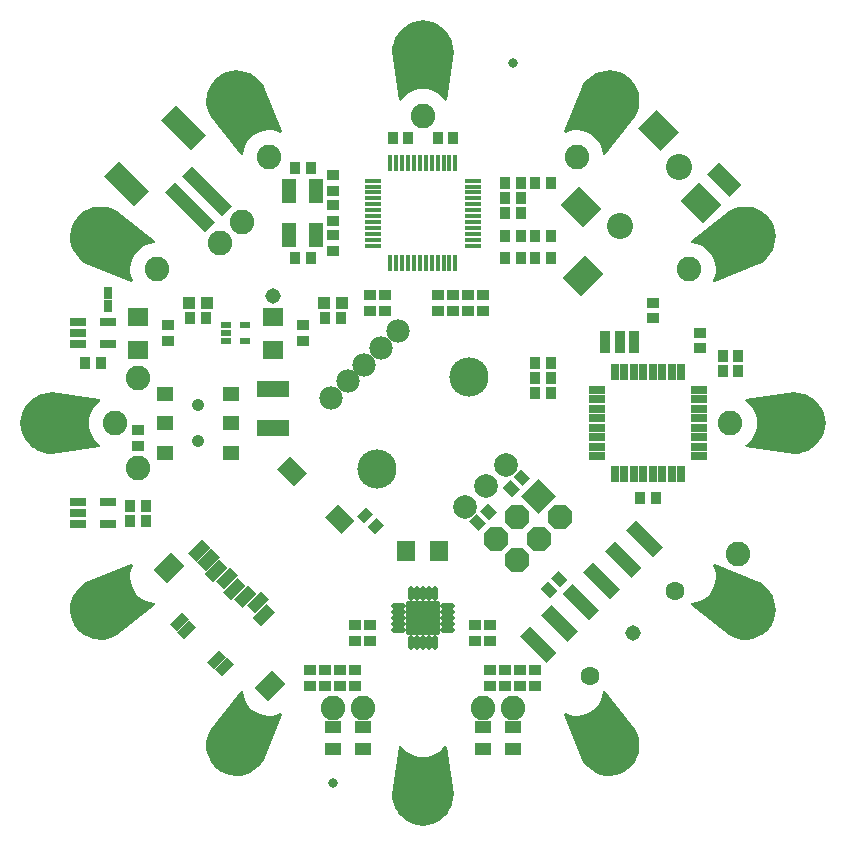
<source format=gbr>
G04 EAGLE Gerber RS-274X export*
G75*
%MOMM*%
%FSLAX34Y34*%
%LPD*%
%INSoldermask Top*%
%IPPOS*%
%AMOC8*
5,1,8,0,0,1.08239X$1,22.5*%
G01*
%ADD10R,0.762000X1.473200*%
%ADD11R,1.473200X0.762000*%
%ADD12C,4.267200*%
%ADD13R,0.903200X1.103200*%
%ADD14R,1.103200X0.903200*%
%ADD15R,2.703200X1.403200*%
%ADD16R,0.903200X1.903200*%
%ADD17R,3.203200X1.203200*%
%ADD18C,1.603200*%
%ADD19R,1.203200X4.803200*%
%ADD20R,3.603200X1.803200*%
%ADD21R,1.353200X1.203200*%
%ADD22C,1.053200*%
%ADD23R,1.003200X1.003200*%
%ADD24R,1.403200X0.753200*%
%ADD25R,1.803200X1.603200*%
%ADD26R,0.457200X1.346200*%
%ADD27R,1.346200X0.457200*%
%ADD28R,1.303200X2.103200*%
%ADD29R,0.953200X0.603200*%
%ADD30R,2.203200X2.703200*%
%ADD31R,1.403200X2.703200*%
%ADD32C,2.203200*%
%ADD33R,2.003200X1.603200*%
%ADD34R,1.603200X2.103200*%
%ADD35R,1.003200X1.703200*%
%ADD36R,2.082800X2.082800*%
%ADD37P,2.254402X8X247.500000*%
%ADD38C,2.082800*%
%ADD39R,1.603200X1.803200*%
%ADD40C,2.003200*%
%ADD41C,1.981200*%
%ADD42C,3.319200*%
%ADD43C,0.483200*%
%ADD44C,0.348381*%
%ADD45C,0.838200*%
%ADD46R,1.403200X1.003200*%
%ADD47R,0.838200X1.473200*%
%ADD48R,0.803200X1.003200*%
%ADD49C,1.311200*%

G36*
X-154474Y-298469D02*
X-154474Y-298469D01*
X-154382Y-298451D01*
X-154316Y-298449D01*
X-150396Y-297642D01*
X-150308Y-297611D01*
X-150243Y-297598D01*
X-146497Y-296189D01*
X-146415Y-296144D01*
X-146353Y-296121D01*
X-142874Y-294143D01*
X-142800Y-294086D01*
X-142742Y-294054D01*
X-139615Y-291556D01*
X-139551Y-291487D01*
X-139499Y-291447D01*
X-136801Y-288490D01*
X-136749Y-288413D01*
X-136704Y-288365D01*
X-134502Y-285023D01*
X-134456Y-284925D01*
X-134424Y-284878D01*
X-134417Y-284857D01*
X-134405Y-284836D01*
X-119601Y-247195D01*
X-119600Y-247193D01*
X-119599Y-247191D01*
X-119566Y-247051D01*
X-119535Y-246918D01*
X-119535Y-246916D01*
X-119534Y-246914D01*
X-119541Y-246778D01*
X-119548Y-246634D01*
X-119549Y-246632D01*
X-119549Y-246630D01*
X-119593Y-246503D01*
X-119639Y-246365D01*
X-119641Y-246363D01*
X-119641Y-246362D01*
X-119719Y-246251D01*
X-119802Y-246132D01*
X-119804Y-246130D01*
X-119805Y-246129D01*
X-119912Y-246042D01*
X-120023Y-245953D01*
X-120025Y-245952D01*
X-120026Y-245951D01*
X-120158Y-245896D01*
X-120285Y-245842D01*
X-120287Y-245842D01*
X-120288Y-245841D01*
X-120429Y-245825D01*
X-120567Y-245808D01*
X-120569Y-245808D01*
X-120571Y-245808D01*
X-120588Y-245812D01*
X-120848Y-245854D01*
X-120875Y-245867D01*
X-120900Y-245872D01*
X-124298Y-247139D01*
X-127775Y-247833D01*
X-131317Y-247963D01*
X-134835Y-247527D01*
X-138239Y-246536D01*
X-141441Y-245015D01*
X-144359Y-243002D01*
X-146920Y-240551D01*
X-149056Y-237722D01*
X-150715Y-234589D01*
X-151852Y-231231D01*
X-152453Y-227655D01*
X-152454Y-227653D01*
X-152454Y-227651D01*
X-152498Y-227515D01*
X-152539Y-227384D01*
X-152540Y-227382D01*
X-152541Y-227380D01*
X-152620Y-227263D01*
X-152697Y-227147D01*
X-152698Y-227146D01*
X-152699Y-227144D01*
X-152808Y-227054D01*
X-152914Y-226964D01*
X-152916Y-226963D01*
X-152917Y-226962D01*
X-153046Y-226905D01*
X-153173Y-226848D01*
X-153175Y-226847D01*
X-153177Y-226846D01*
X-153318Y-226827D01*
X-153455Y-226808D01*
X-153457Y-226808D01*
X-153459Y-226808D01*
X-153600Y-226828D01*
X-153736Y-226848D01*
X-153738Y-226849D01*
X-153740Y-226849D01*
X-153868Y-226907D01*
X-153996Y-226964D01*
X-153997Y-226965D01*
X-153999Y-226966D01*
X-154012Y-226978D01*
X-154213Y-227148D01*
X-154230Y-227174D01*
X-154249Y-227191D01*
X-179445Y-258832D01*
X-179512Y-258946D01*
X-179558Y-259009D01*
X-181352Y-262587D01*
X-181381Y-262676D01*
X-181383Y-262678D01*
X-181384Y-262680D01*
X-181384Y-262682D01*
X-181412Y-262735D01*
X-182623Y-266549D01*
X-182639Y-266641D01*
X-182659Y-266704D01*
X-183259Y-270661D01*
X-183260Y-270755D01*
X-183271Y-270820D01*
X-183244Y-274822D01*
X-183231Y-274914D01*
X-183231Y-274981D01*
X-182579Y-278929D01*
X-182551Y-279019D01*
X-182541Y-279084D01*
X-181279Y-282882D01*
X-181237Y-282966D01*
X-181217Y-283029D01*
X-179377Y-286583D01*
X-179322Y-286659D01*
X-179293Y-286718D01*
X-176919Y-289940D01*
X-176853Y-290007D01*
X-176815Y-290061D01*
X-173966Y-292872D01*
X-173891Y-292928D01*
X-173844Y-292975D01*
X-170591Y-295306D01*
X-170483Y-295363D01*
X-170419Y-295406D01*
X-166774Y-297057D01*
X-166684Y-297083D01*
X-166624Y-297111D01*
X-162765Y-298172D01*
X-162672Y-298184D01*
X-162608Y-298202D01*
X-158631Y-298647D01*
X-158538Y-298644D01*
X-158472Y-298652D01*
X-154474Y-298469D01*
G37*
G36*
X-246775Y119541D02*
X-246775Y119541D01*
X-246634Y119548D01*
X-246632Y119549D01*
X-246630Y119549D01*
X-246503Y119593D01*
X-246365Y119639D01*
X-246363Y119641D01*
X-246362Y119641D01*
X-246251Y119719D01*
X-246132Y119802D01*
X-246130Y119804D01*
X-246129Y119805D01*
X-246042Y119912D01*
X-245953Y120023D01*
X-245952Y120025D01*
X-245951Y120026D01*
X-245896Y120158D01*
X-245842Y120285D01*
X-245842Y120287D01*
X-245841Y120288D01*
X-245825Y120429D01*
X-245808Y120567D01*
X-245808Y120569D01*
X-245808Y120571D01*
X-245812Y120588D01*
X-245854Y120848D01*
X-245867Y120875D01*
X-245872Y120900D01*
X-247139Y124298D01*
X-247833Y127775D01*
X-247963Y131317D01*
X-247527Y134835D01*
X-246536Y138239D01*
X-245015Y141441D01*
X-243002Y144359D01*
X-240551Y146920D01*
X-237722Y149056D01*
X-234589Y150715D01*
X-231231Y151852D01*
X-227655Y152453D01*
X-227653Y152454D01*
X-227651Y152454D01*
X-227515Y152498D01*
X-227384Y152539D01*
X-227382Y152540D01*
X-227380Y152541D01*
X-227263Y152620D01*
X-227147Y152697D01*
X-227146Y152698D01*
X-227144Y152699D01*
X-227054Y152808D01*
X-226964Y152914D01*
X-226963Y152916D01*
X-226962Y152917D01*
X-226905Y153046D01*
X-226848Y153173D01*
X-226847Y153175D01*
X-226846Y153177D01*
X-226827Y153318D01*
X-226808Y153455D01*
X-226808Y153457D01*
X-226808Y153459D01*
X-226828Y153600D01*
X-226848Y153736D01*
X-226849Y153738D01*
X-226849Y153740D01*
X-226905Y153864D01*
X-226964Y153996D01*
X-226965Y153997D01*
X-226966Y153999D01*
X-226978Y154012D01*
X-227148Y154213D01*
X-227174Y154230D01*
X-227191Y154249D01*
X-258832Y179445D01*
X-258946Y179512D01*
X-259009Y179558D01*
X-262587Y181352D01*
X-262655Y181375D01*
X-262715Y181405D01*
X-262725Y181407D01*
X-262735Y181412D01*
X-266549Y182623D01*
X-266641Y182639D01*
X-266704Y182659D01*
X-270661Y183259D01*
X-270755Y183260D01*
X-270820Y183271D01*
X-274822Y183244D01*
X-274914Y183231D01*
X-274981Y183231D01*
X-278929Y182579D01*
X-279019Y182551D01*
X-279084Y182541D01*
X-282882Y181279D01*
X-282966Y181237D01*
X-283029Y181217D01*
X-286583Y179377D01*
X-286659Y179322D01*
X-286718Y179293D01*
X-289940Y176919D01*
X-290007Y176853D01*
X-290061Y176815D01*
X-292872Y173966D01*
X-292928Y173891D01*
X-292975Y173844D01*
X-295306Y170591D01*
X-295363Y170483D01*
X-295406Y170419D01*
X-297057Y166774D01*
X-297083Y166684D01*
X-297111Y166624D01*
X-298172Y162765D01*
X-298184Y162672D01*
X-298202Y162608D01*
X-298647Y158631D01*
X-298644Y158538D01*
X-298652Y158472D01*
X-298469Y154474D01*
X-298451Y154382D01*
X-298449Y154316D01*
X-297642Y150396D01*
X-297611Y150308D01*
X-297598Y150243D01*
X-296189Y146497D01*
X-296144Y146415D01*
X-296121Y146353D01*
X-294143Y142874D01*
X-294086Y142800D01*
X-294054Y142742D01*
X-291556Y139615D01*
X-291487Y139551D01*
X-291447Y139499D01*
X-288490Y136801D01*
X-288413Y136749D01*
X-288365Y136704D01*
X-285023Y134502D01*
X-284903Y134445D01*
X-284836Y134405D01*
X-247195Y119601D01*
X-247193Y119600D01*
X-247191Y119599D01*
X-247051Y119566D01*
X-246918Y119535D01*
X-246916Y119535D01*
X-246914Y119534D01*
X-246775Y119541D01*
G37*
G36*
X274822Y-183244D02*
X274822Y-183244D01*
X274914Y-183231D01*
X274981Y-183231D01*
X278929Y-182579D01*
X279019Y-182551D01*
X279084Y-182541D01*
X282882Y-181279D01*
X282966Y-181237D01*
X283029Y-181217D01*
X286583Y-179377D01*
X286659Y-179322D01*
X286718Y-179293D01*
X289940Y-176919D01*
X290007Y-176853D01*
X290061Y-176815D01*
X292872Y-173966D01*
X292928Y-173891D01*
X292975Y-173844D01*
X295306Y-170591D01*
X295363Y-170483D01*
X295406Y-170419D01*
X297057Y-166774D01*
X297083Y-166684D01*
X297111Y-166624D01*
X298172Y-162765D01*
X298184Y-162672D01*
X298202Y-162608D01*
X298647Y-158631D01*
X298644Y-158538D01*
X298652Y-158472D01*
X298469Y-154474D01*
X298451Y-154382D01*
X298449Y-154316D01*
X297642Y-150396D01*
X297611Y-150308D01*
X297598Y-150243D01*
X296189Y-146497D01*
X296144Y-146415D01*
X296121Y-146353D01*
X294143Y-142874D01*
X294086Y-142800D01*
X294054Y-142742D01*
X291556Y-139615D01*
X291487Y-139551D01*
X291447Y-139499D01*
X288490Y-136801D01*
X288441Y-136768D01*
X288427Y-136754D01*
X288410Y-136746D01*
X288365Y-136704D01*
X285023Y-134502D01*
X284903Y-134445D01*
X284836Y-134405D01*
X247195Y-119601D01*
X247193Y-119600D01*
X247191Y-119599D01*
X247051Y-119566D01*
X246918Y-119535D01*
X246916Y-119535D01*
X246914Y-119534D01*
X246775Y-119541D01*
X246634Y-119548D01*
X246632Y-119549D01*
X246630Y-119549D01*
X246503Y-119593D01*
X246365Y-119639D01*
X246363Y-119641D01*
X246362Y-119641D01*
X246251Y-119719D01*
X246132Y-119802D01*
X246130Y-119804D01*
X246129Y-119805D01*
X246042Y-119912D01*
X245953Y-120023D01*
X245952Y-120025D01*
X245951Y-120026D01*
X245896Y-120158D01*
X245842Y-120285D01*
X245842Y-120287D01*
X245841Y-120288D01*
X245825Y-120429D01*
X245808Y-120567D01*
X245808Y-120569D01*
X245808Y-120571D01*
X245812Y-120588D01*
X245854Y-120848D01*
X245867Y-120875D01*
X245872Y-120900D01*
X247139Y-124298D01*
X247833Y-127775D01*
X247963Y-131317D01*
X247527Y-134835D01*
X246536Y-138239D01*
X245015Y-141441D01*
X243002Y-144359D01*
X240551Y-146920D01*
X237722Y-149056D01*
X234589Y-150715D01*
X231231Y-151852D01*
X227655Y-152453D01*
X227653Y-152454D01*
X227651Y-152454D01*
X227515Y-152498D01*
X227384Y-152539D01*
X227382Y-152540D01*
X227380Y-152541D01*
X227263Y-152620D01*
X227147Y-152697D01*
X227146Y-152698D01*
X227144Y-152699D01*
X227054Y-152808D01*
X226964Y-152914D01*
X226963Y-152916D01*
X226962Y-152917D01*
X226905Y-153046D01*
X226848Y-153173D01*
X226847Y-153175D01*
X226846Y-153177D01*
X226827Y-153318D01*
X226808Y-153455D01*
X226808Y-153457D01*
X226808Y-153459D01*
X226828Y-153600D01*
X226848Y-153736D01*
X226849Y-153738D01*
X226849Y-153740D01*
X226907Y-153868D01*
X226964Y-153996D01*
X226965Y-153997D01*
X226966Y-153999D01*
X226978Y-154012D01*
X227148Y-154213D01*
X227174Y-154230D01*
X227191Y-154249D01*
X258832Y-179445D01*
X258946Y-179512D01*
X259009Y-179558D01*
X262587Y-181352D01*
X262676Y-181381D01*
X262735Y-181412D01*
X266549Y-182623D01*
X266641Y-182639D01*
X266704Y-182659D01*
X270661Y-183259D01*
X270755Y-183260D01*
X270820Y-183271D01*
X274822Y-183244D01*
G37*
G36*
X153600Y226828D02*
X153600Y226828D01*
X153736Y226848D01*
X153738Y226849D01*
X153740Y226849D01*
X153868Y226907D01*
X153996Y226964D01*
X153997Y226965D01*
X153999Y226966D01*
X154012Y226978D01*
X154213Y227148D01*
X154230Y227174D01*
X154249Y227191D01*
X179445Y258832D01*
X179512Y258946D01*
X179558Y259009D01*
X181352Y262587D01*
X181381Y262676D01*
X181412Y262735D01*
X182623Y266549D01*
X182639Y266641D01*
X182659Y266704D01*
X183259Y270661D01*
X183260Y270755D01*
X183271Y270820D01*
X183244Y274822D01*
X183231Y274914D01*
X183231Y274981D01*
X182579Y278929D01*
X182551Y279019D01*
X182541Y279084D01*
X181279Y282882D01*
X181237Y282966D01*
X181217Y283029D01*
X179377Y286583D01*
X179322Y286659D01*
X179293Y286718D01*
X176919Y289940D01*
X176853Y290007D01*
X176815Y290061D01*
X173966Y292872D01*
X173891Y292928D01*
X173844Y292975D01*
X170591Y295306D01*
X170483Y295363D01*
X170419Y295406D01*
X166774Y297057D01*
X166684Y297083D01*
X166624Y297111D01*
X162765Y298172D01*
X162672Y298184D01*
X162608Y298202D01*
X158631Y298647D01*
X158538Y298644D01*
X158472Y298652D01*
X154474Y298469D01*
X154382Y298451D01*
X154316Y298449D01*
X150396Y297642D01*
X150308Y297611D01*
X150243Y297598D01*
X146497Y296189D01*
X146415Y296144D01*
X146353Y296121D01*
X142874Y294143D01*
X142800Y294086D01*
X142742Y294054D01*
X139615Y291556D01*
X139555Y291491D01*
X139539Y291478D01*
X139499Y291447D01*
X136801Y288490D01*
X136749Y288413D01*
X136704Y288365D01*
X134502Y285023D01*
X134445Y284903D01*
X134405Y284836D01*
X119601Y247195D01*
X119600Y247193D01*
X119599Y247191D01*
X119565Y247047D01*
X119535Y246918D01*
X119535Y246916D01*
X119534Y246914D01*
X119542Y246773D01*
X119548Y246634D01*
X119549Y246632D01*
X119549Y246630D01*
X119593Y246503D01*
X119639Y246365D01*
X119641Y246363D01*
X119641Y246362D01*
X119719Y246251D01*
X119802Y246132D01*
X119804Y246130D01*
X119805Y246129D01*
X119913Y246042D01*
X120023Y245953D01*
X120025Y245952D01*
X120026Y245951D01*
X120158Y245896D01*
X120285Y245842D01*
X120287Y245842D01*
X120288Y245841D01*
X120429Y245825D01*
X120567Y245808D01*
X120569Y245808D01*
X120571Y245808D01*
X120588Y245812D01*
X120848Y245854D01*
X120875Y245867D01*
X120900Y245872D01*
X124298Y247139D01*
X127775Y247833D01*
X131317Y247963D01*
X134835Y247527D01*
X138239Y246536D01*
X141441Y245015D01*
X144359Y243002D01*
X146920Y240551D01*
X149056Y237722D01*
X150715Y234589D01*
X151852Y231231D01*
X152453Y227655D01*
X152454Y227653D01*
X152454Y227651D01*
X152498Y227515D01*
X152539Y227384D01*
X152540Y227382D01*
X152541Y227380D01*
X152620Y227263D01*
X152697Y227147D01*
X152698Y227146D01*
X152699Y227144D01*
X152808Y227054D01*
X152914Y226964D01*
X152916Y226963D01*
X152917Y226962D01*
X153046Y226905D01*
X153173Y226848D01*
X153175Y226847D01*
X153177Y226846D01*
X153318Y226827D01*
X153455Y226808D01*
X153457Y226808D01*
X153459Y226808D01*
X153600Y226828D01*
G37*
G36*
X23Y-341005D02*
X23Y-341005D01*
X100Y-341010D01*
X4082Y-340618D01*
X4173Y-340596D01*
X4239Y-340590D01*
X8112Y-339579D01*
X8198Y-339543D01*
X8262Y-339527D01*
X11929Y-337923D01*
X12008Y-337874D01*
X12069Y-337848D01*
X15440Y-335691D01*
X15511Y-335630D01*
X15567Y-335594D01*
X18559Y-332936D01*
X18619Y-332865D01*
X18669Y-332821D01*
X21208Y-329728D01*
X21257Y-329648D01*
X21299Y-329597D01*
X23323Y-326144D01*
X23359Y-326058D01*
X23392Y-326001D01*
X24851Y-322274D01*
X24873Y-322183D01*
X24898Y-322122D01*
X25756Y-318213D01*
X25763Y-318119D01*
X25777Y-318055D01*
X26013Y-314060D01*
X26003Y-313928D01*
X26004Y-313849D01*
X20004Y-273849D01*
X20003Y-273848D01*
X20003Y-273846D01*
X19964Y-273715D01*
X19960Y-273703D01*
X19938Y-273617D01*
X19932Y-273607D01*
X19923Y-273577D01*
X19922Y-273575D01*
X19921Y-273573D01*
X19845Y-273456D01*
X19802Y-273389D01*
X19793Y-273373D01*
X19791Y-273371D01*
X19769Y-273338D01*
X19768Y-273336D01*
X19767Y-273335D01*
X19660Y-273242D01*
X19556Y-273150D01*
X19554Y-273149D01*
X19552Y-273148D01*
X19424Y-273089D01*
X19298Y-273030D01*
X19296Y-273029D01*
X19295Y-273028D01*
X19155Y-273007D01*
X19017Y-272985D01*
X19016Y-272985D01*
X19014Y-272985D01*
X18877Y-273002D01*
X18735Y-273020D01*
X18734Y-273021D01*
X18732Y-273021D01*
X18607Y-273075D01*
X18474Y-273132D01*
X18472Y-273133D01*
X18471Y-273134D01*
X18458Y-273145D01*
X18452Y-273149D01*
X18452Y-273150D01*
X18449Y-273152D01*
X18254Y-273312D01*
X18244Y-273325D01*
X18235Y-273333D01*
X18227Y-273345D01*
X18217Y-273354D01*
X15908Y-276150D01*
X13244Y-278489D01*
X10242Y-280373D01*
X6977Y-281755D01*
X3534Y-282598D01*
X0Y-282882D01*
X-3534Y-282598D01*
X-6977Y-281755D01*
X-10242Y-280373D01*
X-13244Y-278489D01*
X-15908Y-276150D01*
X-18217Y-273354D01*
X-18219Y-273352D01*
X-18220Y-273351D01*
X-18324Y-273256D01*
X-18395Y-273191D01*
X-18409Y-273178D01*
X-18427Y-273162D01*
X-18429Y-273161D01*
X-18430Y-273160D01*
X-18560Y-273096D01*
X-18682Y-273036D01*
X-18684Y-273036D01*
X-18685Y-273035D01*
X-18826Y-273010D01*
X-18962Y-272985D01*
X-18964Y-272986D01*
X-18965Y-272985D01*
X-19102Y-273000D01*
X-19244Y-273015D01*
X-19246Y-273015D01*
X-19248Y-273016D01*
X-19376Y-273068D01*
X-19508Y-273121D01*
X-19510Y-273122D01*
X-19511Y-273123D01*
X-19619Y-273208D01*
X-19732Y-273296D01*
X-19733Y-273298D01*
X-19734Y-273299D01*
X-19759Y-273333D01*
X-19763Y-273339D01*
X-19815Y-273412D01*
X-19898Y-273527D01*
X-19899Y-273529D01*
X-19900Y-273530D01*
X-19906Y-273547D01*
X-19910Y-273560D01*
X-19917Y-273570D01*
X-19940Y-273644D01*
X-19994Y-273794D01*
X-19996Y-273819D01*
X-20003Y-273841D01*
X-20003Y-273845D01*
X-20004Y-273849D01*
X-26004Y-313849D01*
X-26005Y-313982D01*
X-26014Y-314060D01*
X-25778Y-318055D01*
X-25759Y-318147D01*
X-25756Y-318213D01*
X-24898Y-322122D01*
X-24865Y-322210D01*
X-24852Y-322274D01*
X-23393Y-326001D01*
X-23347Y-326083D01*
X-23323Y-326144D01*
X-21299Y-329597D01*
X-21241Y-329670D01*
X-21208Y-329728D01*
X-18669Y-332821D01*
X-18600Y-332885D01*
X-18559Y-332936D01*
X-15567Y-335595D01*
X-15489Y-335646D01*
X-15440Y-335691D01*
X-12069Y-337848D01*
X-11984Y-337887D01*
X-11929Y-337924D01*
X-8262Y-339527D01*
X-8172Y-339553D01*
X-8112Y-339580D01*
X-4239Y-340590D01*
X-4146Y-340601D01*
X-4082Y-340618D01*
X-100Y-341010D01*
X23Y-341005D01*
G37*
G36*
X-270727Y-183258D02*
X-270727Y-183258D01*
X-270661Y-183259D01*
X-266704Y-182659D01*
X-266615Y-182632D01*
X-266549Y-182623D01*
X-262735Y-181411D01*
X-262650Y-181371D01*
X-262587Y-181351D01*
X-259009Y-179558D01*
X-258900Y-179483D01*
X-258832Y-179445D01*
X-227191Y-154249D01*
X-227189Y-154247D01*
X-227188Y-154246D01*
X-227093Y-154146D01*
X-226995Y-154042D01*
X-226994Y-154041D01*
X-226993Y-154039D01*
X-226929Y-153915D01*
X-226865Y-153790D01*
X-226864Y-153788D01*
X-226863Y-153786D01*
X-226837Y-153648D01*
X-226809Y-153511D01*
X-226810Y-153509D01*
X-226809Y-153507D01*
X-226822Y-153367D01*
X-226834Y-153228D01*
X-226834Y-153226D01*
X-226834Y-153224D01*
X-226884Y-153096D01*
X-226935Y-152962D01*
X-226936Y-152960D01*
X-226937Y-152959D01*
X-227022Y-152847D01*
X-227107Y-152735D01*
X-227108Y-152734D01*
X-227109Y-152732D01*
X-227223Y-152648D01*
X-227334Y-152565D01*
X-227336Y-152564D01*
X-227337Y-152563D01*
X-227354Y-152557D01*
X-227600Y-152464D01*
X-227631Y-152462D01*
X-227655Y-152453D01*
X-231231Y-151852D01*
X-234589Y-150715D01*
X-237722Y-149056D01*
X-240551Y-146920D01*
X-243002Y-144359D01*
X-245015Y-141441D01*
X-246536Y-138239D01*
X-247527Y-134835D01*
X-247963Y-131317D01*
X-247833Y-127775D01*
X-247139Y-124298D01*
X-245872Y-120900D01*
X-245871Y-120899D01*
X-245871Y-120897D01*
X-245841Y-120758D01*
X-245811Y-120623D01*
X-245811Y-120621D01*
X-245810Y-120619D01*
X-245820Y-120481D01*
X-245829Y-120339D01*
X-245830Y-120337D01*
X-245830Y-120335D01*
X-245878Y-120204D01*
X-245925Y-120071D01*
X-245926Y-120070D01*
X-245927Y-120068D01*
X-246008Y-119957D01*
X-246092Y-119841D01*
X-246093Y-119840D01*
X-246095Y-119838D01*
X-246205Y-119753D01*
X-246316Y-119666D01*
X-246318Y-119665D01*
X-246319Y-119664D01*
X-246446Y-119614D01*
X-246580Y-119560D01*
X-246582Y-119560D01*
X-246583Y-119559D01*
X-246722Y-119545D01*
X-246862Y-119531D01*
X-246864Y-119531D01*
X-246866Y-119531D01*
X-246884Y-119535D01*
X-247142Y-119582D01*
X-247170Y-119595D01*
X-247195Y-119601D01*
X-284836Y-134405D01*
X-284951Y-134470D01*
X-285023Y-134502D01*
X-288365Y-136703D01*
X-288435Y-136765D01*
X-288490Y-136801D01*
X-291447Y-139499D01*
X-291506Y-139571D01*
X-291556Y-139615D01*
X-294054Y-142742D01*
X-294101Y-142822D01*
X-294143Y-142874D01*
X-296121Y-146353D01*
X-296156Y-146440D01*
X-296189Y-146497D01*
X-297599Y-150243D01*
X-297619Y-150334D01*
X-297643Y-150396D01*
X-298449Y-154316D01*
X-298455Y-154409D01*
X-298469Y-154474D01*
X-298652Y-158472D01*
X-298643Y-158565D01*
X-298647Y-158631D01*
X-298603Y-159021D01*
X-298490Y-160036D01*
X-298377Y-161051D01*
X-298263Y-162066D01*
X-298263Y-162067D01*
X-298203Y-162608D01*
X-298179Y-162699D01*
X-298172Y-162765D01*
X-297111Y-166624D01*
X-297074Y-166710D01*
X-297057Y-166774D01*
X-295406Y-170419D01*
X-295340Y-170523D01*
X-295306Y-170591D01*
X-292975Y-173844D01*
X-292910Y-173912D01*
X-292872Y-173966D01*
X-290061Y-176814D01*
X-289986Y-176871D01*
X-289940Y-176919D01*
X-286718Y-179292D01*
X-286636Y-179337D01*
X-286583Y-179376D01*
X-283029Y-181217D01*
X-282940Y-181248D01*
X-282882Y-181278D01*
X-279084Y-182540D01*
X-278992Y-182557D01*
X-278929Y-182578D01*
X-274981Y-183230D01*
X-274887Y-183233D01*
X-274822Y-183244D01*
X-270820Y-183270D01*
X-270727Y-183258D01*
G37*
G36*
X246864Y119531D02*
X246864Y119531D01*
X246866Y119531D01*
X246884Y119535D01*
X247142Y119582D01*
X247170Y119595D01*
X247195Y119601D01*
X284836Y134405D01*
X284951Y134470D01*
X285023Y134502D01*
X288365Y136703D01*
X288435Y136765D01*
X288490Y136801D01*
X291447Y139499D01*
X291506Y139571D01*
X291556Y139615D01*
X294054Y142742D01*
X294101Y142822D01*
X294143Y142874D01*
X296121Y146353D01*
X296156Y146440D01*
X296189Y146497D01*
X297599Y150243D01*
X297619Y150334D01*
X297643Y150396D01*
X298449Y154316D01*
X298455Y154409D01*
X298469Y154474D01*
X298652Y158472D01*
X298643Y158565D01*
X298647Y158631D01*
X298203Y162608D01*
X298179Y162699D01*
X298172Y162765D01*
X297111Y166624D01*
X297074Y166710D01*
X297057Y166774D01*
X295406Y170419D01*
X295340Y170523D01*
X295306Y170591D01*
X292975Y173844D01*
X292910Y173912D01*
X292872Y173966D01*
X290061Y176814D01*
X289986Y176871D01*
X289940Y176919D01*
X286718Y179292D01*
X286636Y179337D01*
X286583Y179376D01*
X283029Y181217D01*
X282940Y181248D01*
X282882Y181278D01*
X279084Y182540D01*
X278992Y182557D01*
X278929Y182578D01*
X274981Y183230D01*
X274887Y183233D01*
X274822Y183244D01*
X270820Y183270D01*
X270727Y183258D01*
X270661Y183259D01*
X266704Y182659D01*
X266615Y182632D01*
X266549Y182623D01*
X262735Y181411D01*
X262650Y181371D01*
X262587Y181351D01*
X259009Y179558D01*
X258900Y179483D01*
X258832Y179445D01*
X227191Y154249D01*
X227189Y154247D01*
X227188Y154246D01*
X227091Y154144D01*
X226995Y154042D01*
X226994Y154041D01*
X226993Y154039D01*
X226929Y153915D01*
X226865Y153790D01*
X226864Y153788D01*
X226863Y153786D01*
X226837Y153648D01*
X226809Y153511D01*
X226810Y153509D01*
X226809Y153507D01*
X226822Y153367D01*
X226834Y153228D01*
X226834Y153226D01*
X226834Y153224D01*
X226884Y153096D01*
X226935Y152962D01*
X226936Y152960D01*
X226937Y152959D01*
X227022Y152847D01*
X227107Y152735D01*
X227108Y152734D01*
X227109Y152732D01*
X227223Y152648D01*
X227334Y152565D01*
X227336Y152564D01*
X227337Y152563D01*
X227354Y152557D01*
X227600Y152464D01*
X227631Y152462D01*
X227655Y152453D01*
X231231Y151852D01*
X234589Y150715D01*
X237722Y149056D01*
X240551Y146920D01*
X243002Y144359D01*
X245015Y141441D01*
X246536Y138239D01*
X247527Y134835D01*
X247963Y131317D01*
X247833Y127775D01*
X247139Y124298D01*
X245872Y120900D01*
X245871Y120899D01*
X245871Y120897D01*
X245841Y120758D01*
X245811Y120623D01*
X245811Y120621D01*
X245810Y120619D01*
X245820Y120478D01*
X245829Y120339D01*
X245830Y120337D01*
X245830Y120335D01*
X245878Y120204D01*
X245925Y120071D01*
X245926Y120070D01*
X245927Y120068D01*
X246008Y119957D01*
X246092Y119841D01*
X246093Y119840D01*
X246095Y119838D01*
X246205Y119753D01*
X246316Y119666D01*
X246318Y119665D01*
X246319Y119664D01*
X246446Y119614D01*
X246580Y119560D01*
X246582Y119560D01*
X246583Y119559D01*
X246722Y119545D01*
X246862Y119531D01*
X246864Y119531D01*
G37*
G36*
X158565Y-298643D02*
X158565Y-298643D01*
X158631Y-298647D01*
X162608Y-298203D01*
X162699Y-298179D01*
X162765Y-298172D01*
X166624Y-297111D01*
X166710Y-297074D01*
X166774Y-297057D01*
X170419Y-295406D01*
X170523Y-295340D01*
X170591Y-295306D01*
X173844Y-292975D01*
X173912Y-292910D01*
X173966Y-292872D01*
X176814Y-290061D01*
X176871Y-289986D01*
X176919Y-289940D01*
X179292Y-286718D01*
X179337Y-286636D01*
X179376Y-286583D01*
X181217Y-283029D01*
X181248Y-282940D01*
X181278Y-282882D01*
X182540Y-279084D01*
X182557Y-278992D01*
X182578Y-278929D01*
X183230Y-274981D01*
X183233Y-274887D01*
X183244Y-274822D01*
X183270Y-270820D01*
X183258Y-270727D01*
X183259Y-270661D01*
X182659Y-266704D01*
X182632Y-266615D01*
X182623Y-266549D01*
X181411Y-262735D01*
X181371Y-262650D01*
X181351Y-262587D01*
X179558Y-259009D01*
X179483Y-258900D01*
X179445Y-258832D01*
X154249Y-227191D01*
X154247Y-227189D01*
X154246Y-227188D01*
X154144Y-227091D01*
X154042Y-226995D01*
X154041Y-226994D01*
X154039Y-226993D01*
X153915Y-226929D01*
X153790Y-226865D01*
X153788Y-226864D01*
X153786Y-226863D01*
X153648Y-226837D01*
X153511Y-226809D01*
X153509Y-226810D01*
X153507Y-226809D01*
X153367Y-226822D01*
X153228Y-226834D01*
X153226Y-226834D01*
X153224Y-226834D01*
X153096Y-226884D01*
X152962Y-226935D01*
X152960Y-226936D01*
X152959Y-226937D01*
X152847Y-227022D01*
X152735Y-227107D01*
X152734Y-227108D01*
X152732Y-227109D01*
X152648Y-227223D01*
X152565Y-227334D01*
X152564Y-227336D01*
X152563Y-227337D01*
X152557Y-227354D01*
X152464Y-227600D01*
X152462Y-227631D01*
X152453Y-227655D01*
X151852Y-231231D01*
X150715Y-234589D01*
X149056Y-237722D01*
X146920Y-240551D01*
X144359Y-243002D01*
X141441Y-245015D01*
X138239Y-246536D01*
X134835Y-247527D01*
X131317Y-247963D01*
X127775Y-247833D01*
X124298Y-247139D01*
X120900Y-245872D01*
X120899Y-245871D01*
X120897Y-245871D01*
X120758Y-245841D01*
X120623Y-245811D01*
X120621Y-245811D01*
X120619Y-245810D01*
X120478Y-245820D01*
X120339Y-245829D01*
X120337Y-245830D01*
X120335Y-245830D01*
X120204Y-245878D01*
X120071Y-245925D01*
X120070Y-245926D01*
X120068Y-245927D01*
X119957Y-246008D01*
X119841Y-246092D01*
X119840Y-246093D01*
X119838Y-246095D01*
X119753Y-246205D01*
X119666Y-246316D01*
X119665Y-246318D01*
X119664Y-246319D01*
X119614Y-246446D01*
X119560Y-246580D01*
X119560Y-246582D01*
X119559Y-246583D01*
X119545Y-246722D01*
X119531Y-246862D01*
X119531Y-246864D01*
X119531Y-246866D01*
X119535Y-246884D01*
X119582Y-247142D01*
X119595Y-247170D01*
X119601Y-247195D01*
X134405Y-284836D01*
X134470Y-284951D01*
X134502Y-285023D01*
X136703Y-288365D01*
X136765Y-288435D01*
X136801Y-288490D01*
X139499Y-291447D01*
X139571Y-291506D01*
X139615Y-291556D01*
X142742Y-294054D01*
X142822Y-294101D01*
X142874Y-294143D01*
X146353Y-296121D01*
X146440Y-296156D01*
X146497Y-296189D01*
X150243Y-297599D01*
X150334Y-297619D01*
X150396Y-297643D01*
X154316Y-298449D01*
X154409Y-298455D01*
X154474Y-298469D01*
X158472Y-298652D01*
X158565Y-298643D01*
G37*
G36*
X-153367Y226822D02*
X-153367Y226822D01*
X-153228Y226834D01*
X-153226Y226834D01*
X-153224Y226834D01*
X-153096Y226884D01*
X-152962Y226935D01*
X-152960Y226936D01*
X-152959Y226937D01*
X-152847Y227022D01*
X-152735Y227107D01*
X-152734Y227108D01*
X-152732Y227109D01*
X-152648Y227223D01*
X-152565Y227334D01*
X-152564Y227336D01*
X-152563Y227337D01*
X-152557Y227354D01*
X-152464Y227600D01*
X-152462Y227631D01*
X-152453Y227655D01*
X-151852Y231231D01*
X-150715Y234589D01*
X-149056Y237722D01*
X-146920Y240551D01*
X-144359Y243002D01*
X-141441Y245015D01*
X-138239Y246536D01*
X-134835Y247527D01*
X-131317Y247963D01*
X-127775Y247833D01*
X-124298Y247139D01*
X-120900Y245872D01*
X-120899Y245871D01*
X-120897Y245871D01*
X-120758Y245841D01*
X-120623Y245811D01*
X-120621Y245811D01*
X-120619Y245810D01*
X-120478Y245820D01*
X-120339Y245829D01*
X-120337Y245830D01*
X-120335Y245830D01*
X-120204Y245878D01*
X-120071Y245925D01*
X-120070Y245926D01*
X-120068Y245927D01*
X-119957Y246008D01*
X-119841Y246092D01*
X-119840Y246093D01*
X-119838Y246095D01*
X-119753Y246204D01*
X-119666Y246316D01*
X-119665Y246318D01*
X-119664Y246319D01*
X-119614Y246446D01*
X-119560Y246580D01*
X-119560Y246582D01*
X-119559Y246583D01*
X-119545Y246721D01*
X-119531Y246862D01*
X-119531Y246864D01*
X-119531Y246866D01*
X-119535Y246884D01*
X-119582Y247142D01*
X-119595Y247170D01*
X-119601Y247195D01*
X-134405Y284836D01*
X-134470Y284951D01*
X-134502Y285023D01*
X-136703Y288365D01*
X-136765Y288435D01*
X-136801Y288490D01*
X-139499Y291447D01*
X-139571Y291506D01*
X-139615Y291556D01*
X-142742Y294054D01*
X-142822Y294101D01*
X-142874Y294143D01*
X-146353Y296121D01*
X-146440Y296156D01*
X-146497Y296189D01*
X-150243Y297599D01*
X-150334Y297619D01*
X-150396Y297643D01*
X-154316Y298449D01*
X-154409Y298455D01*
X-154474Y298469D01*
X-158472Y298652D01*
X-158565Y298643D01*
X-158631Y298647D01*
X-162608Y298203D01*
X-162699Y298179D01*
X-162765Y298172D01*
X-166624Y297111D01*
X-166710Y297074D01*
X-166774Y297057D01*
X-170419Y295406D01*
X-170523Y295340D01*
X-170591Y295306D01*
X-173844Y292975D01*
X-173912Y292910D01*
X-173966Y292872D01*
X-176814Y290061D01*
X-176871Y289986D01*
X-176919Y289940D01*
X-179292Y286718D01*
X-179337Y286636D01*
X-179376Y286583D01*
X-181217Y283029D01*
X-181248Y282940D01*
X-181278Y282882D01*
X-182540Y279084D01*
X-182557Y278992D01*
X-182578Y278929D01*
X-183230Y274981D01*
X-183233Y274887D01*
X-183244Y274822D01*
X-183270Y270820D01*
X-183258Y270727D01*
X-183259Y270661D01*
X-182659Y266704D01*
X-182632Y266615D01*
X-182623Y266549D01*
X-181411Y262735D01*
X-181371Y262650D01*
X-181351Y262587D01*
X-179558Y259009D01*
X-179483Y258900D01*
X-179445Y258832D01*
X-154249Y227191D01*
X-154247Y227189D01*
X-154246Y227188D01*
X-154144Y227091D01*
X-154042Y226995D01*
X-154041Y226994D01*
X-154039Y226993D01*
X-153915Y226929D01*
X-153790Y226865D01*
X-153788Y226864D01*
X-153786Y226863D01*
X-153648Y226837D01*
X-153511Y226809D01*
X-153509Y226810D01*
X-153507Y226809D01*
X-153367Y226822D01*
G37*
G36*
X-313928Y-26003D02*
X-313928Y-26003D01*
X-313849Y-26004D01*
X-273849Y-20004D01*
X-273848Y-20003D01*
X-273846Y-20003D01*
X-273715Y-19964D01*
X-273577Y-19923D01*
X-273575Y-19922D01*
X-273573Y-19921D01*
X-273456Y-19845D01*
X-273338Y-19769D01*
X-273336Y-19768D01*
X-273335Y-19767D01*
X-273242Y-19660D01*
X-273150Y-19556D01*
X-273149Y-19554D01*
X-273148Y-19552D01*
X-273089Y-19424D01*
X-273030Y-19298D01*
X-273029Y-19296D01*
X-273028Y-19295D01*
X-273007Y-19155D01*
X-272985Y-19017D01*
X-272985Y-19016D01*
X-272985Y-19014D01*
X-273002Y-18877D01*
X-273020Y-18735D01*
X-273021Y-18734D01*
X-273021Y-18732D01*
X-273075Y-18607D01*
X-273132Y-18474D01*
X-273133Y-18472D01*
X-273134Y-18471D01*
X-273145Y-18458D01*
X-273312Y-18254D01*
X-273337Y-18236D01*
X-273354Y-18217D01*
X-276150Y-15908D01*
X-278489Y-13244D01*
X-280373Y-10242D01*
X-281755Y-6977D01*
X-282598Y-3534D01*
X-282882Y0D01*
X-282598Y3534D01*
X-281755Y6977D01*
X-280373Y10242D01*
X-278489Y13244D01*
X-276150Y15908D01*
X-273354Y18217D01*
X-273352Y18219D01*
X-273351Y18220D01*
X-273256Y18324D01*
X-273162Y18427D01*
X-273161Y18429D01*
X-273160Y18430D01*
X-273097Y18559D01*
X-273036Y18682D01*
X-273036Y18684D01*
X-273035Y18685D01*
X-273010Y18824D01*
X-272985Y18962D01*
X-272986Y18964D01*
X-272985Y18965D01*
X-273000Y19102D01*
X-273015Y19244D01*
X-273015Y19246D01*
X-273016Y19248D01*
X-273068Y19376D01*
X-273121Y19508D01*
X-273122Y19510D01*
X-273123Y19511D01*
X-273208Y19619D01*
X-273296Y19732D01*
X-273298Y19733D01*
X-273299Y19734D01*
X-273412Y19815D01*
X-273527Y19898D01*
X-273529Y19899D01*
X-273530Y19900D01*
X-273547Y19906D01*
X-273794Y19994D01*
X-273825Y19996D01*
X-273849Y20004D01*
X-313849Y26004D01*
X-313982Y26005D01*
X-314060Y26014D01*
X-318055Y25778D01*
X-318147Y25759D01*
X-318213Y25756D01*
X-322122Y24898D01*
X-322210Y24865D01*
X-322274Y24852D01*
X-326001Y23393D01*
X-326083Y23347D01*
X-326144Y23323D01*
X-329597Y21299D01*
X-329670Y21241D01*
X-329728Y21208D01*
X-332821Y18669D01*
X-332885Y18600D01*
X-332936Y18559D01*
X-335595Y15567D01*
X-335646Y15489D01*
X-335691Y15440D01*
X-337848Y12069D01*
X-337873Y12016D01*
X-337892Y11988D01*
X-337898Y11968D01*
X-337924Y11929D01*
X-339527Y8262D01*
X-339553Y8172D01*
X-339580Y8112D01*
X-340590Y4239D01*
X-340601Y4146D01*
X-340618Y4082D01*
X-341010Y100D01*
X-341005Y-23D01*
X-341010Y-100D01*
X-340618Y-4082D01*
X-340596Y-4173D01*
X-340590Y-4239D01*
X-339579Y-8112D01*
X-339543Y-8198D01*
X-339527Y-8262D01*
X-337923Y-11929D01*
X-337874Y-12008D01*
X-337848Y-12069D01*
X-335691Y-15440D01*
X-335662Y-15473D01*
X-335656Y-15483D01*
X-335642Y-15496D01*
X-335630Y-15511D01*
X-335594Y-15567D01*
X-332936Y-18559D01*
X-332865Y-18619D01*
X-332821Y-18669D01*
X-329728Y-21208D01*
X-329648Y-21257D01*
X-329597Y-21299D01*
X-326144Y-23323D01*
X-326058Y-23359D01*
X-326001Y-23392D01*
X-322274Y-24851D01*
X-322183Y-24873D01*
X-322122Y-24898D01*
X-318213Y-25756D01*
X-318119Y-25763D01*
X-318055Y-25777D01*
X-314060Y-26013D01*
X-313928Y-26003D01*
G37*
G36*
X318055Y-25778D02*
X318055Y-25778D01*
X318147Y-25759D01*
X318213Y-25756D01*
X322122Y-24898D01*
X322210Y-24865D01*
X322274Y-24852D01*
X326001Y-23393D01*
X326083Y-23347D01*
X326144Y-23323D01*
X329597Y-21299D01*
X329670Y-21241D01*
X329728Y-21208D01*
X332821Y-18669D01*
X332876Y-18610D01*
X332925Y-18569D01*
X332925Y-18568D01*
X332936Y-18559D01*
X335595Y-15567D01*
X335646Y-15489D01*
X335691Y-15440D01*
X337848Y-12069D01*
X337887Y-11984D01*
X337924Y-11929D01*
X339527Y-8262D01*
X339553Y-8172D01*
X339580Y-8112D01*
X340590Y-4239D01*
X340601Y-4146D01*
X340618Y-4082D01*
X341010Y-100D01*
X341005Y23D01*
X341010Y100D01*
X340618Y4082D01*
X340596Y4173D01*
X340590Y4239D01*
X339579Y8112D01*
X339543Y8198D01*
X339527Y8262D01*
X337923Y11929D01*
X337874Y12008D01*
X337848Y12069D01*
X335691Y15440D01*
X335630Y15511D01*
X335594Y15567D01*
X332936Y18559D01*
X332865Y18619D01*
X332821Y18669D01*
X329728Y21208D01*
X329648Y21257D01*
X329597Y21299D01*
X326144Y23323D01*
X326058Y23359D01*
X326001Y23392D01*
X322274Y24851D01*
X322183Y24873D01*
X322122Y24898D01*
X318213Y25756D01*
X318119Y25763D01*
X318055Y25777D01*
X314060Y26013D01*
X313928Y26003D01*
X313849Y26004D01*
X273849Y20004D01*
X273848Y20003D01*
X273846Y20003D01*
X273715Y19964D01*
X273577Y19923D01*
X273575Y19922D01*
X273573Y19921D01*
X273456Y19845D01*
X273338Y19769D01*
X273336Y19768D01*
X273335Y19767D01*
X273242Y19660D01*
X273150Y19556D01*
X273149Y19554D01*
X273148Y19552D01*
X273089Y19424D01*
X273030Y19298D01*
X273029Y19296D01*
X273028Y19295D01*
X273007Y19155D01*
X272985Y19017D01*
X272985Y19016D01*
X272985Y19014D01*
X273002Y18877D01*
X273020Y18735D01*
X273021Y18734D01*
X273021Y18732D01*
X273075Y18607D01*
X273132Y18474D01*
X273133Y18472D01*
X273134Y18471D01*
X273145Y18458D01*
X273312Y18254D01*
X273337Y18236D01*
X273354Y18217D01*
X276150Y15908D01*
X278489Y13244D01*
X280373Y10242D01*
X281755Y6977D01*
X282598Y3534D01*
X282882Y0D01*
X282598Y-3534D01*
X281755Y-6977D01*
X280373Y-10242D01*
X278489Y-13244D01*
X276150Y-15908D01*
X273354Y-18217D01*
X273352Y-18219D01*
X273351Y-18220D01*
X273256Y-18324D01*
X273162Y-18427D01*
X273161Y-18429D01*
X273160Y-18430D01*
X273096Y-18560D01*
X273036Y-18682D01*
X273036Y-18684D01*
X273035Y-18685D01*
X273010Y-18826D01*
X272985Y-18962D01*
X272986Y-18964D01*
X272985Y-18965D01*
X273000Y-19102D01*
X273015Y-19244D01*
X273015Y-19246D01*
X273016Y-19248D01*
X273068Y-19376D01*
X273121Y-19508D01*
X273122Y-19510D01*
X273123Y-19511D01*
X273208Y-19619D01*
X273296Y-19732D01*
X273298Y-19733D01*
X273299Y-19734D01*
X273412Y-19815D01*
X273527Y-19898D01*
X273529Y-19899D01*
X273530Y-19900D01*
X273547Y-19906D01*
X273794Y-19994D01*
X273825Y-19996D01*
X273849Y-20004D01*
X313849Y-26004D01*
X313982Y-26005D01*
X314060Y-26014D01*
X318055Y-25778D01*
G37*
G36*
X-18877Y273002D02*
X-18877Y273002D01*
X-18735Y273020D01*
X-18734Y273021D01*
X-18732Y273021D01*
X-18607Y273075D01*
X-18474Y273132D01*
X-18472Y273133D01*
X-18471Y273134D01*
X-18458Y273145D01*
X-18254Y273312D01*
X-18236Y273337D01*
X-18217Y273354D01*
X-15908Y276150D01*
X-13244Y278489D01*
X-10242Y280373D01*
X-6977Y281755D01*
X-3534Y282598D01*
X0Y282882D01*
X3534Y282598D01*
X6977Y281755D01*
X10242Y280373D01*
X13244Y278489D01*
X15908Y276150D01*
X18217Y273354D01*
X18219Y273352D01*
X18220Y273351D01*
X18324Y273256D01*
X18427Y273162D01*
X18429Y273161D01*
X18430Y273160D01*
X18560Y273096D01*
X18682Y273036D01*
X18684Y273036D01*
X18685Y273035D01*
X18826Y273010D01*
X18962Y272985D01*
X18964Y272986D01*
X18965Y272985D01*
X19102Y273000D01*
X19244Y273015D01*
X19246Y273015D01*
X19248Y273016D01*
X19376Y273068D01*
X19508Y273121D01*
X19510Y273122D01*
X19511Y273123D01*
X19619Y273208D01*
X19732Y273296D01*
X19733Y273298D01*
X19734Y273299D01*
X19815Y273412D01*
X19898Y273527D01*
X19899Y273529D01*
X19900Y273530D01*
X19906Y273547D01*
X19994Y273794D01*
X19996Y273825D01*
X20004Y273849D01*
X26004Y313849D01*
X26005Y313982D01*
X26014Y314060D01*
X25778Y318055D01*
X25759Y318147D01*
X25756Y318213D01*
X24898Y322122D01*
X24865Y322210D01*
X24852Y322274D01*
X23393Y326001D01*
X23347Y326083D01*
X23323Y326144D01*
X21299Y329597D01*
X21241Y329670D01*
X21208Y329728D01*
X18669Y332821D01*
X18600Y332885D01*
X18559Y332936D01*
X15567Y335595D01*
X15489Y335646D01*
X15440Y335691D01*
X12069Y337848D01*
X11984Y337887D01*
X11929Y337924D01*
X8262Y339527D01*
X8172Y339553D01*
X8112Y339580D01*
X4239Y340590D01*
X4146Y340601D01*
X4082Y340618D01*
X100Y341010D01*
X8Y341007D01*
X-43Y341007D01*
X-100Y341010D01*
X-4082Y340618D01*
X-4173Y340596D01*
X-4239Y340590D01*
X-8112Y339579D01*
X-8198Y339543D01*
X-8262Y339527D01*
X-11929Y337923D01*
X-12008Y337874D01*
X-12069Y337848D01*
X-15440Y335691D01*
X-15511Y335630D01*
X-15567Y335594D01*
X-18559Y332936D01*
X-18619Y332865D01*
X-18669Y332821D01*
X-21208Y329728D01*
X-21257Y329648D01*
X-21299Y329597D01*
X-23323Y326144D01*
X-23359Y326058D01*
X-23392Y326001D01*
X-24851Y322274D01*
X-24873Y322183D01*
X-24898Y322122D01*
X-25756Y318213D01*
X-25763Y318119D01*
X-25777Y318055D01*
X-26013Y314060D01*
X-26003Y313928D01*
X-26004Y313849D01*
X-20004Y273849D01*
X-20003Y273848D01*
X-20003Y273846D01*
X-19964Y273715D01*
X-19923Y273577D01*
X-19922Y273575D01*
X-19921Y273573D01*
X-19845Y273456D01*
X-19769Y273338D01*
X-19768Y273336D01*
X-19767Y273335D01*
X-19660Y273242D01*
X-19556Y273150D01*
X-19554Y273149D01*
X-19552Y273148D01*
X-19424Y273089D01*
X-19298Y273030D01*
X-19296Y273029D01*
X-19295Y273028D01*
X-19155Y273007D01*
X-19017Y272985D01*
X-19016Y272985D01*
X-19014Y272985D01*
X-18877Y273002D01*
G37*
D10*
X218500Y42926D03*
X210500Y42926D03*
X202500Y42926D03*
X194500Y42926D03*
X186500Y42926D03*
X178500Y42926D03*
X170500Y42926D03*
X162500Y42926D03*
D11*
X147574Y28000D03*
X147574Y20000D03*
X147574Y12000D03*
X147574Y4000D03*
X147574Y-4000D03*
X147574Y-12000D03*
X147574Y-20000D03*
X147574Y-28000D03*
D10*
X162500Y-42926D03*
X170500Y-42926D03*
X178500Y-42926D03*
X186500Y-42926D03*
X194500Y-42926D03*
X202500Y-42926D03*
X210500Y-42926D03*
X218500Y-42926D03*
D11*
X233426Y-28000D03*
X233426Y-20000D03*
X233426Y-12000D03*
X233426Y-4000D03*
X233426Y4000D03*
X233426Y12000D03*
X233426Y20000D03*
X233426Y28000D03*
D12*
X-268240Y154850D03*
X154850Y268240D03*
X-154850Y-268240D03*
X154850Y-268240D03*
X0Y-309700D03*
X-309700Y0D03*
X-268240Y-154850D03*
X0Y309700D03*
D13*
X253850Y57150D03*
X266850Y57150D03*
D14*
X194500Y88750D03*
X194500Y101750D03*
D12*
X-154850Y268240D03*
X268240Y154850D03*
D15*
X-127000Y-3800D03*
X-127000Y29200D03*
D13*
X184000Y-63500D03*
X197000Y-63500D03*
D16*
X178500Y68263D03*
X166500Y68263D03*
X154500Y68263D03*
D17*
G36*
X144354Y-117886D02*
X167003Y-140535D01*
X158496Y-149042D01*
X135847Y-126393D01*
X144354Y-117886D01*
G37*
G36*
X162314Y-99926D02*
X184963Y-122575D01*
X176456Y-131082D01*
X153807Y-108433D01*
X162314Y-99926D01*
G37*
G36*
X180275Y-81965D02*
X202924Y-104614D01*
X194417Y-113121D01*
X171768Y-90472D01*
X180275Y-81965D01*
G37*
G36*
X126393Y-135847D02*
X149042Y-158496D01*
X140535Y-167003D01*
X117886Y-144354D01*
X126393Y-135847D01*
G37*
G36*
X108433Y-153807D02*
X131082Y-176456D01*
X122575Y-184963D01*
X99926Y-162314D01*
X108433Y-153807D01*
G37*
G36*
X90472Y-171768D02*
X113121Y-194417D01*
X104614Y-202924D01*
X81965Y-180275D01*
X90472Y-171768D01*
G37*
D18*
X141879Y-213721D03*
X213721Y-141879D03*
D13*
X266850Y44450D03*
X253850Y44450D03*
D19*
G36*
X-175873Y169939D02*
X-184381Y161431D01*
X-218343Y195393D01*
X-209835Y203901D01*
X-175873Y169939D01*
G37*
G36*
X-161731Y184081D02*
X-170239Y175573D01*
X-204201Y209535D01*
X-195693Y218043D01*
X-161731Y184081D01*
G37*
D20*
G36*
X-257211Y221579D02*
X-231734Y196102D01*
X-244485Y183351D01*
X-269962Y208828D01*
X-257211Y221579D01*
G37*
G36*
X-209128Y269662D02*
X-183651Y244185D01*
X-196402Y231434D01*
X-221879Y256911D01*
X-209128Y269662D01*
G37*
D21*
X-162250Y-25000D03*
X-162250Y0D03*
X-162250Y25000D03*
X-218750Y-25000D03*
X-218750Y0D03*
X-218750Y25000D03*
D22*
X-190500Y-15000D03*
X-190500Y15000D03*
D13*
X-247800Y-69850D03*
X-234800Y-69850D03*
X-247800Y-82550D03*
X-234800Y-82550D03*
D23*
X-68700Y101600D03*
X-83700Y101600D03*
D13*
X-82700Y88900D03*
X-69700Y88900D03*
D24*
X-292401Y-66700D03*
X-292401Y-76200D03*
X-292401Y-85700D03*
X-266399Y-85700D03*
X-266399Y-66700D03*
D14*
X-241300Y-19200D03*
X-241300Y-6200D03*
D24*
X-292401Y85700D03*
X-292401Y76200D03*
X-292401Y66700D03*
X-266399Y66700D03*
X-266399Y85700D03*
D14*
X-215900Y82700D03*
X-215900Y69700D03*
D25*
X-241300Y62200D03*
X-241300Y90200D03*
D13*
X-197000Y88900D03*
X-184000Y88900D03*
D23*
X-183000Y101600D03*
X-198000Y101600D03*
D26*
X27500Y220300D03*
X22500Y220300D03*
X17500Y220300D03*
X12500Y220300D03*
X7500Y220300D03*
X2500Y220300D03*
X-2500Y220300D03*
X-7500Y220300D03*
X-12500Y220300D03*
X-17500Y220300D03*
X-22500Y220300D03*
X-27500Y220300D03*
D27*
X-42500Y205300D03*
X-42500Y200300D03*
X-42500Y195300D03*
X-42500Y190300D03*
X-42500Y185300D03*
X-42500Y180300D03*
X-42500Y175300D03*
X-42500Y170300D03*
X-42500Y165300D03*
X-42500Y160300D03*
X-42500Y155300D03*
X-42500Y150300D03*
D26*
X-27500Y135300D03*
X-22500Y135300D03*
X-17500Y135300D03*
X-12500Y135300D03*
X-7500Y135300D03*
X-2500Y135300D03*
X2500Y135300D03*
X7500Y135300D03*
X12500Y135300D03*
X17500Y135300D03*
X22500Y135300D03*
X27500Y135300D03*
D27*
X42500Y150300D03*
X42500Y155300D03*
X42500Y160300D03*
X42500Y165300D03*
X42500Y170300D03*
X42500Y175300D03*
X42500Y180300D03*
X42500Y185300D03*
X42500Y190300D03*
X42500Y195300D03*
X42500Y200300D03*
X42500Y205300D03*
D25*
X-127000Y62200D03*
X-127000Y90200D03*
D14*
X-101600Y82700D03*
X-101600Y69700D03*
D13*
X-108100Y139700D03*
X-95100Y139700D03*
X-95100Y215900D03*
X-108100Y215900D03*
D28*
X-113100Y196300D03*
X-90100Y159300D03*
X-90100Y196300D03*
X-113100Y159300D03*
D14*
X-76200Y184300D03*
X-76200Y171300D03*
D13*
X82700Y190500D03*
X69700Y190500D03*
D14*
X-31750Y108100D03*
X-31750Y95100D03*
D13*
X-12550Y241300D03*
X-25550Y241300D03*
X12550Y241300D03*
X25550Y241300D03*
X82700Y139700D03*
X69700Y139700D03*
X82700Y203200D03*
X69700Y203200D03*
X82700Y158750D03*
X69700Y158750D03*
X95100Y139700D03*
X108100Y139700D03*
X95100Y203200D03*
X108100Y203200D03*
X95100Y158750D03*
X108100Y158750D03*
D14*
X38100Y95100D03*
X38100Y108100D03*
X25400Y95100D03*
X25400Y108100D03*
D29*
X-167000Y82700D03*
X-167000Y76200D03*
X-167000Y69700D03*
X-150500Y69700D03*
X-150500Y82700D03*
D13*
X-272900Y50800D03*
X-285900Y50800D03*
D14*
X-76200Y158900D03*
X-76200Y145900D03*
X-76200Y196700D03*
X-76200Y209700D03*
X-44450Y95100D03*
X-44450Y108100D03*
X50800Y95100D03*
X50800Y108100D03*
D13*
X69700Y177800D03*
X82700Y177800D03*
D14*
X12700Y108100D03*
X12700Y95100D03*
D30*
G36*
X181881Y249785D02*
X197460Y265364D01*
X216573Y246251D01*
X200994Y230672D01*
X181881Y249785D01*
G37*
G36*
X116827Y184731D02*
X132406Y200310D01*
X151519Y181197D01*
X135940Y165618D01*
X116827Y184731D01*
G37*
G36*
X217944Y188266D02*
X233523Y203845D01*
X252636Y184732D01*
X237057Y169153D01*
X217944Y188266D01*
G37*
G36*
X133467Y107281D02*
X117888Y122860D01*
X137001Y141973D01*
X152580Y126394D01*
X133467Y107281D01*
G37*
D31*
G36*
X269607Y201702D02*
X259685Y191780D01*
X240571Y210894D01*
X250493Y220816D01*
X269607Y201702D01*
G37*
D32*
X216551Y216551D03*
X167054Y167054D03*
D33*
G36*
X-71842Y-68379D02*
X-57678Y-82543D01*
X-69014Y-93879D01*
X-83178Y-79715D01*
X-71842Y-68379D01*
G37*
G36*
X-112147Y-28074D02*
X-97983Y-42238D01*
X-109319Y-53574D01*
X-123483Y-39410D01*
X-112147Y-28074D01*
G37*
D34*
G36*
X-213264Y-109391D02*
X-201927Y-120728D01*
X-216798Y-135599D01*
X-228135Y-124262D01*
X-213264Y-109391D01*
G37*
G36*
X-127351Y-209447D02*
X-116014Y-220784D01*
X-130885Y-235655D01*
X-142222Y-224318D01*
X-127351Y-209447D01*
G37*
D35*
G36*
X-132371Y-152808D02*
X-125277Y-159902D01*
X-137319Y-171944D01*
X-144413Y-164850D01*
X-132371Y-152808D01*
G37*
G36*
X-137321Y-142201D02*
X-130227Y-149295D01*
X-142269Y-161337D01*
X-149363Y-154243D01*
X-137321Y-142201D01*
G37*
G36*
X-147927Y-137251D02*
X-140833Y-144345D01*
X-152875Y-156387D01*
X-159969Y-149293D01*
X-147927Y-137251D01*
G37*
G36*
X-157120Y-130887D02*
X-150026Y-137981D01*
X-162068Y-150023D01*
X-169162Y-142929D01*
X-157120Y-130887D01*
G37*
G36*
X-163484Y-121695D02*
X-156390Y-128789D01*
X-168432Y-140831D01*
X-175526Y-133737D01*
X-163484Y-121695D01*
G37*
G36*
X-172676Y-115331D02*
X-165582Y-122425D01*
X-177624Y-134467D01*
X-184718Y-127373D01*
X-172676Y-115331D01*
G37*
G36*
X-179040Y-106139D02*
X-171946Y-113233D01*
X-183988Y-125275D01*
X-191082Y-118181D01*
X-179040Y-106139D01*
G37*
G36*
X-186818Y-98361D02*
X-179724Y-105455D01*
X-191766Y-117497D01*
X-198860Y-110403D01*
X-186818Y-98361D01*
G37*
D12*
X309700Y0D03*
X268240Y-154850D03*
D36*
G36*
X83153Y-61959D02*
X97880Y-47232D01*
X112607Y-61959D01*
X97880Y-76686D01*
X83153Y-61959D01*
G37*
D37*
X115841Y-79920D03*
X79920Y-79920D03*
X97880Y-97880D03*
X61959Y-97880D03*
X79920Y-115841D03*
D38*
X-171450Y152400D03*
X-153489Y170361D03*
D39*
X14000Y-107950D03*
X-14000Y-107950D03*
D13*
G36*
X-49753Y-85047D02*
X-56139Y-78661D01*
X-48339Y-70861D01*
X-41953Y-77247D01*
X-49753Y-85047D01*
G37*
G36*
X-40561Y-94239D02*
X-46947Y-87853D01*
X-39147Y-80053D01*
X-32761Y-86439D01*
X-40561Y-94239D01*
G37*
D38*
X-241300Y-38100D03*
X-241300Y38100D03*
D13*
X108100Y25400D03*
X95100Y25400D03*
X108100Y38100D03*
X95100Y38100D03*
D14*
X-95250Y-222400D03*
X-95250Y-209400D03*
X-82550Y-222400D03*
X-82550Y-209400D03*
D38*
X0Y260350D03*
X130175Y225425D03*
X225425Y130175D03*
X260350Y0D03*
X266700Y-111125D03*
X76200Y-241300D03*
X50800Y-241300D03*
X-50800Y-241300D03*
X-76200Y-241300D03*
X-260350Y0D03*
X-225425Y130175D03*
X-130175Y225425D03*
D14*
X95250Y-222400D03*
X95250Y-209400D03*
X82550Y-209400D03*
X82550Y-222400D03*
D13*
G36*
X113622Y-141828D02*
X107236Y-148214D01*
X99436Y-140414D01*
X105822Y-134028D01*
X113622Y-141828D01*
G37*
G36*
X122814Y-132636D02*
X116428Y-139022D01*
X108628Y-131222D01*
X115014Y-124836D01*
X122814Y-132636D01*
G37*
X108100Y50800D03*
X95100Y50800D03*
G36*
X53297Y-84678D02*
X46911Y-91064D01*
X39111Y-83264D01*
X45497Y-76878D01*
X53297Y-84678D01*
G37*
G36*
X62489Y-75486D02*
X56103Y-81872D01*
X48303Y-74072D01*
X54689Y-67686D01*
X62489Y-75486D01*
G37*
G36*
X76878Y-45497D02*
X83264Y-39111D01*
X91064Y-46911D01*
X84678Y-53297D01*
X76878Y-45497D01*
G37*
G36*
X67686Y-54689D02*
X74072Y-48303D01*
X81872Y-56103D01*
X75486Y-62489D01*
X67686Y-54689D01*
G37*
D14*
X234950Y63350D03*
X234950Y76350D03*
D40*
X35355Y-70711D03*
X53033Y-53033D03*
X70711Y-35355D03*
D41*
X-49497Y49497D03*
X-63640Y35355D03*
D42*
X-39244Y-39244D03*
X39244Y39244D03*
D41*
X-35355Y63640D03*
X-77782Y21213D03*
X-21213Y77782D03*
D14*
X-57150Y-184300D03*
X-57150Y-171300D03*
X-44450Y-184300D03*
X-44450Y-171300D03*
X57150Y-184300D03*
X57150Y-171300D03*
X44450Y-184300D03*
X44450Y-171300D03*
D43*
X-17150Y-155100D02*
X-24850Y-155100D01*
X-24850Y-160100D02*
X-17150Y-160100D01*
X-17150Y-165100D02*
X-24850Y-165100D01*
X-24850Y-170100D02*
X-17150Y-170100D01*
X-17150Y-175100D02*
X-24850Y-175100D01*
X-10000Y-182250D02*
X-10000Y-189950D01*
X-5000Y-189950D02*
X-5000Y-182250D01*
X0Y-182250D02*
X0Y-189950D01*
X5000Y-189950D02*
X5000Y-182250D01*
X10000Y-182250D02*
X10000Y-189950D01*
X17150Y-175100D02*
X24850Y-175100D01*
X24850Y-170100D02*
X17150Y-170100D01*
X17150Y-165100D02*
X24850Y-165100D01*
X24850Y-160100D02*
X17150Y-160100D01*
X17150Y-155100D02*
X24850Y-155100D01*
X10000Y-147950D02*
X10000Y-140250D01*
X5000Y-140250D02*
X5000Y-147950D01*
X0Y-147950D02*
X0Y-140250D01*
X-5000Y-140250D02*
X-5000Y-147950D01*
X-10000Y-147950D02*
X-10000Y-140250D01*
D44*
X-12774Y-152326D02*
X-12774Y-177874D01*
X-12774Y-152326D02*
X12774Y-152326D01*
X12774Y-177874D01*
X-12774Y-177874D01*
X-12774Y-174564D02*
X12774Y-174564D01*
X12774Y-171254D02*
X-12774Y-171254D01*
X-12774Y-167944D02*
X12774Y-167944D01*
X12774Y-164634D02*
X-12774Y-164634D01*
X-12774Y-161324D02*
X12774Y-161324D01*
X12774Y-158014D02*
X-12774Y-158014D01*
X-12774Y-154704D02*
X12774Y-154704D01*
D45*
X-76200Y-304800D03*
X76200Y304800D03*
D46*
X-50800Y-275700D03*
X-50800Y-257700D03*
X-76200Y-275700D03*
X-76200Y-257700D03*
X50800Y-275700D03*
X50800Y-257700D03*
X76200Y-275700D03*
X76200Y-257700D03*
D14*
X-57150Y-222400D03*
X-57150Y-209400D03*
X-69850Y-222400D03*
X-69850Y-209400D03*
X57150Y-222400D03*
X57150Y-209400D03*
X69850Y-222400D03*
X69850Y-209400D03*
D47*
G36*
X-166023Y-198210D02*
X-160096Y-204137D01*
X-170513Y-214554D01*
X-176440Y-208627D01*
X-166023Y-198210D01*
G37*
G36*
X-172387Y-191846D02*
X-166460Y-197773D01*
X-176877Y-208190D01*
X-182804Y-202263D01*
X-172387Y-191846D01*
G37*
G36*
X-197773Y-166460D02*
X-191846Y-172387D01*
X-202263Y-182804D01*
X-208190Y-176877D01*
X-197773Y-166460D01*
G37*
G36*
X-204137Y-160096D02*
X-198210Y-166023D01*
X-208627Y-176440D01*
X-214554Y-170513D01*
X-204137Y-160096D01*
G37*
D48*
X-266700Y110275D03*
X-266700Y99275D03*
D49*
X177800Y-177800D03*
X-127000Y107950D03*
M02*

</source>
